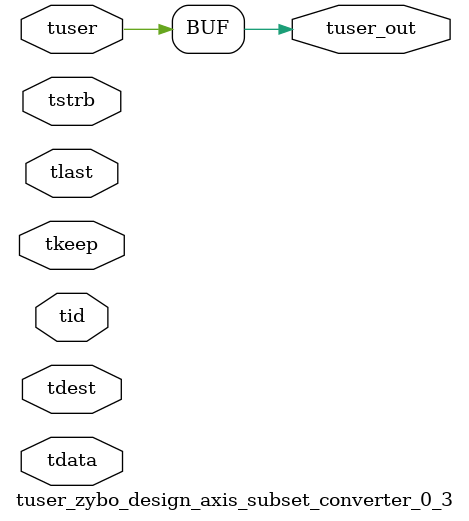
<source format=v>


`timescale 1ps/1ps

module tuser_zybo_design_axis_subset_converter_0_3 #
(
parameter C_S_AXIS_TUSER_WIDTH = 1,
parameter C_S_AXIS_TDATA_WIDTH = 32,
parameter C_S_AXIS_TID_WIDTH   = 0,
parameter C_S_AXIS_TDEST_WIDTH = 0,
parameter C_M_AXIS_TUSER_WIDTH = 1
)
(
input  [(C_S_AXIS_TUSER_WIDTH == 0 ? 1 : C_S_AXIS_TUSER_WIDTH)-1:0     ] tuser,
input  [(C_S_AXIS_TDATA_WIDTH == 0 ? 1 : C_S_AXIS_TDATA_WIDTH)-1:0     ] tdata,
input  [(C_S_AXIS_TID_WIDTH   == 0 ? 1 : C_S_AXIS_TID_WIDTH)-1:0       ] tid,
input  [(C_S_AXIS_TDEST_WIDTH == 0 ? 1 : C_S_AXIS_TDEST_WIDTH)-1:0     ] tdest,
input  [(C_S_AXIS_TDATA_WIDTH/8)-1:0 ] tkeep,
input  [(C_S_AXIS_TDATA_WIDTH/8)-1:0 ] tstrb,
input                                                                    tlast,
output [C_M_AXIS_TUSER_WIDTH-1:0] tuser_out
);

assign tuser_out = {tuser[0:0]};

endmodule


</source>
